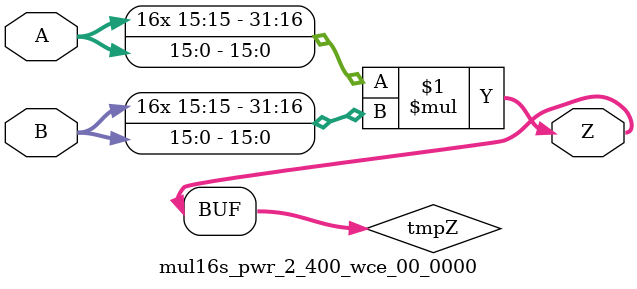
<source format=v>
/***
    * This code is a part of ApproxLib library (ehw.fit.vutbr.cz/approxlib) distributed under a XXXX public license.
    * When used, please cite the following article: tbd 
    * This file is pareto optimal sub-set in the pwr and wce parameters
    ***/
    
//Behavioral model of 16-bit Signed Truncated Multiplier
//Truncated bits: 0

module mul16s_pwr_2_400_wce_00_0000(
	A, 
	B,
	Z
);

input signed [16-1:0] A;
input signed [16-1:0] B;
output signed [2*16-1:0] Z;

wire signed [2*(16-0)-1:0] tmpZ;
assign tmpZ = $signed(A[16-1:0]) * $signed(B[16-1:0]);
assign Z = $signed(tmpZ);
endmodule


// internal reference: truncation-tm.16.mul16s_pwr_2_400_wce_00_0000


</source>
